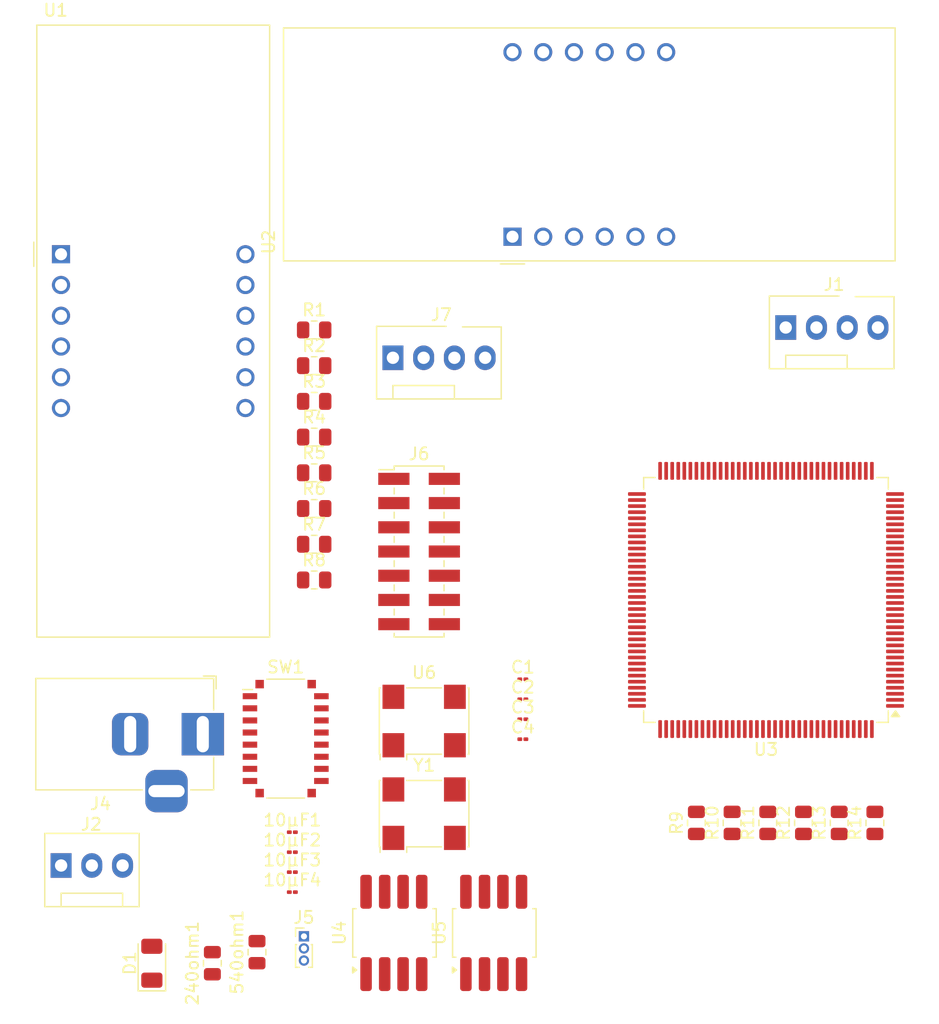
<source format=kicad_pcb>
(kicad_pcb (version 20240108) (generator "pcbnew") (generator_version "8.0")
  (layers (0 "F.Cu" signal) (31 "B.Cu" signal) (34 "B.Paste" user) (35 "F.Paste" user) (36 "B.SilkS" user "B.Silkscreen") (37 "F.SilkS" user "F.Silkscreen") (38 "B.Mask" user) (39 "F.Mask" user) (44 "Edge.Cuts" user))
  (net 0 "")
  (net 1 "GND")
  (net 2 "Net-(SW1-B)")
  (net 3 "/powersupply/3.3v")
  (net 4 "/powersupply/5v")
  (net 5 "Net-(D1-K)")
  (net 6 "+3.3V")
  (net 7 "Net-(J1-Pin_3)")
  (net 8 "Net-(J1-Pin_1)")
  (net 9 "Net-(J1-Pin_2)")
  (net 10 "Net-(J1-Pin_4)")
  (net 11 "Net-(SW1-A)")
  (net 12 "Net-(J6-TDO)")
  (net 13 "Net-(J6-TMS)")
  (net 15 "Net-(J6-TCK)")
  (net 16 "Net-(J6-TDI)")
  (net 18 "Net-(J7-Pin_3)")
  (net 19 "Net-(J7-Pin_4)")
  (net 20 "Net-(J7-Pin_2)")
  (net 21 "Net-(J7-Pin_1)")
  (net 22 "Net-(U2-a)")
  (net 23 "Net-(U1-a)")
  (net 24 "Net-(U2-b)")
  (net 25 "Net-(U1-b)")
  (net 26 "Net-(U1-c)")
  (net 27 "Net-(U2-d)")
  (net 28 "Net-(U1-d)")
  (net 29 "Net-(U1-e)")
  (net 30 "Net-(U2-e)")
  (net 31 "Net-(U1-f)")
  (net 32 "Net-(U2-f)")
  (net 33 "Net-(U1-g)")
  (net 34 "Net-(U2-g)")
  (net 35 "Net-(U1-DPX)")
  (net 36 "Net-(U2-DPX)")
  (net 37 "Net-(U6-INIT)")
  (net 38 "Net-(U6-PROGRAM)")
  (net 39 "Net-(U1-CA2)")
  (net 40 "Net-(U1-CA1)")
  (net 41 "Net-(U1-CA4)")
  (net 42 "Net-(U1-CA3)")
  (net 43 "Net-(U2-CA1)")
  (net 44 "Net-(U2-CA2)")
  (net 45 "Net-(U2-CA4)")
  (net 46 "Net-(U2-CA3)")
  (net 49 "Net-(J1-Pin_5)")
  (net 50 "Net-(J1-Pin_6)")
  (net 59 "SYSCLK")
  (footprint "Connector:FanPinHeader_1x04_P2.54mm_Vertical" (layer "F.Cu") (at 179.88 77.5)
    (property "Reference" "J1" (at 4 -3.55 0) (layer "F.SilkS"))
    (property "Value" "Conn_01x06_Pin")
    (pad "" np_thru_hole circle (at 5.08 -2.16 90) (size 1.1 1.1) (drill 1.1) (layers "*.Cu" "*.Mask"))
    (pad "1" thru_hole rect (at 0 0 90) (size 2.03 1.73) (drill 1.02) (layers "*.Cu" "*.Mask") (net 8 "Net-(J1-Pin_1)"))
    (pad "2" thru_hole oval (at 2.54 0 90) (size 2.03 1.73) (drill 1.02) (layers "*.Cu" "*.Mask") (net 9 "Net-(J1-Pin_2)"))
    (pad "3" thru_hole oval (at 5.08 0 90) (size 2.03 1.73) (drill 1.02) (layers "*.Cu" "*.Mask") (net 7 "Net-(J1-Pin_3)"))
    (pad "4" thru_hole oval (at 7.62 0 90) (size 2.03 1.73) (drill 1.02) (layers "*.Cu" "*.Mask") (net 10 "Net-(J1-Pin_4)"))
  )
  (footprint "Resistor_SMD:R_0805_2012Metric" (layer "F.Cu") (at 187.25 118.4125 90)
    (property "Reference" "R14" (at 0 -1.65 -90) (layer "F.SilkS"))
    (property "Value" "R")
    (pad "1" smd roundrect (at -0.9125 0 90) (size 1.025 1.4) (layers "F.Cu" "F.Paste" "F.Mask") (roundrect_rratio 0.243902) (net 16 "Net-(J6-TDI)"))
    (pad "2" smd roundrect (at 0.9125 0 90) (size 1.025 1.4) (layers "F.Cu" "F.Paste" "F.Mask") (roundrect_rratio 0.243902) (net 6 "+3.3V"))
  )
  (footprint "Resistor_SMD:R_0805_2012Metric" (layer "F.Cu") (at 172.5 118.4125 90)
    (property "Reference" "R9" (at 0 -1.65 -90) (layer "F.SilkS"))
    (property "Value" "10k")
    (pad "1" smd roundrect (at -0.9125 0 90) (size 1.025 1.4) (layers "F.Cu" "F.Paste" "F.Mask") (roundrect_rratio 0.243902) (net 6 "+3.3V"))
    (pad "2" smd roundrect (at 0.9125 0 90) (size 1.025 1.4) (layers "F.Cu" "F.Paste" "F.Mask") (roundrect_rratio 0.243902) (net 37 "Net-(U6-INIT)"))
  )
  (footprint "Capacitor_SMD:C_01005_0402Metric" (layer "F.Cu") (at 139.1075 122.48)
    (property "Reference" "10µF3" (at 0 -1 0) (layer "F.SilkS"))
    (property "Value" "C3")
    (pad "1" smd roundrect (at -0.25 0) (size 0.4 0.3) (layers "F.Cu" "F.Mask") (net 2 "Net-(SW1-B)"))
    (pad "2" smd roundrect (at 0.25 0) (size 0.4 0.3) (layers "F.Cu" "F.Mask") (net 1 "GND"))
  )
  (footprint "Resistor_SMD:R_0805_2012Metric" (layer "F.Cu") (at 140.9125 98.35)
    (property "Reference" "R8" (at 0 -1.65 0) (layer "F.SilkS"))
    (property "Value" "R")
    (pad "1" smd roundrect (at -0.9125 0) (size 1.025 1.4) (layers "F.Cu" "F.Paste" "F.Mask") (roundrect_rratio 0.243902) (net 35 "Net-(U1-DPX)"))
    (pad "2" smd roundrect (at 0.9125 0) (size 1.025 1.4) (layers "F.Cu" "F.Paste" "F.Mask") (roundrect_rratio 0.243902) (net 36 "Net-(U2-DPX)"))
  )
  (footprint "Capacitor_SMD:C_01005_0402Metric" (layer "F.Cu") (at 158.1575 109.85)
    (property "Reference" "C3" (at 0 -1 0) (layer "F.SilkS"))
    (property "Value" "C")
    (pad "1" smd roundrect (at -0.25 0) (size 0.4 0.3) (layers "F.Cu" "F.Mask") (net 6 "+3.3V"))
    (pad "2" smd roundrect (at 0.25 0) (size 0.4 0.3) (layers "F.Cu" "F.Mask") (net 1 "GND"))
  )
  (footprint "Connector_PinHeader_2.00mm:PinHeader_2x07_P2.00mm_Vertical_SMD" (layer "F.Cu") (at 149.585 96)
    (property "Reference" "J6" (at 0 -8.06 0) (layer "F.SilkS"))
    (property "Value" "XILINX_JTAG")
    (pad "1" smd rect (at -2.085 -6) (size 2.58 1) (layers "F.Cu" "F.Paste" "F.Mask") (net 1 "GND"))
    (pad "2" smd rect (at 2.085 -6) (size 2.58 1) (layers "F.Cu" "F.Paste" "F.Mask") (net 6 "+3.3V"))
    (pad "3" smd rect (at -2.085 -4) (size 2.58 1) (layers "F.Cu" "F.Paste" "F.Mask") (net 1 "GND"))
    (pad "4" smd rect (at 2.085 -4) (size 2.58 1) (layers "F.Cu" "F.Paste" "F.Mask") (net 13 "Net-(J6-TMS)"))
    (pad "5" smd rect (at -2.085 -2) (size 2.58 1) (layers "F.Cu" "F.Paste" "F.Mask") (net 1 "GND"))
    (pad "6" smd rect (at 2.085 -2) (size 2.58 1) (layers "F.Cu" "F.Paste" "F.Mask") (net 15 "Net-(J6-TCK)"))
    (pad "7" smd rect (at -2.085 0) (size 2.58 1) (layers "F.Cu" "F.Paste" "F.Mask") (net 1 "GND"))
    (pad "8" smd rect (at 2.085 0) (size 2.58 1) (layers "F.Cu" "F.Paste" "F.Mask") (net 12 "Net-(J6-TDO)"))
    (pad "9" smd rect (at -2.085 2) (size 2.58 1) (layers "F.Cu" "F.Paste" "F.Mask") (net 1 "GND"))
    (pad "10" smd rect (at 2.085 2) (size 2.58 1) (layers "F.Cu" "F.Paste" "F.Mask") (net 16 "Net-(J6-TDI)"))
    (pad "11" smd rect (at -2.085 4) (size 2.58 1) (layers "F.Cu" "F.Paste" "F.Mask") (net 1 "GND"))
    (pad "12" smd rect (at 2.085 4) (size 2.58 1) (layers "F.Cu" "F.Paste" "F.Mask"))
    (pad "13" smd rect (at -2.085 6) (size 2.58 1) (layers "F.Cu" "F.Paste" "F.Mask") (net 1 "GND"))
    (pad "14" smd rect (at 2.085 6) (size 2.58 1) (layers "F.Cu" "F.Paste" "F.Mask"))
  )
  (footprint "Package_TO_SOT_SMD:SOT-223-8" (layer "F.Cu") (at 155.75 127.5 90)
    (property "Reference" "U5" (at 0 -4.5 -90) (layer "F.SilkS"))
    (property "Value" "LM7805")
    (pad "1" smd roundrect (at -3.4 -2.3 90) (size 2.8 0.95) (layers "F.Cu" "F.Paste" "F.Mask") (net 2 "Net-(SW1-B)"))
    (pad "2" smd roundrect (at -3.4 -0.76 90) (size 2.8 0.95) (layers "F.Cu" "F.Paste" "F.Mask") (net 1 "GND"))
    (pad "3" smd roundrect (at -3.4 0.76 90) (size 2.8 0.95) (layers "F.Cu" "F.Paste" "F.Mask") (net 4 "/powersupply/5v"))
    (pad "4" smd roundrect (at -3.4 2.3 90) (size 2.8 0.95) (layers "F.Cu" "F.Paste" "F.Mask"))
    (pad "5" smd roundrect (at 3.4 2.3 90) (size 2.8 0.95) (layers "F.Cu" "F.Paste" "F.Mask"))
    (pad "6" smd roundrect (at 3.4 0.76 90) (size 2.8 0.95) (layers "F.Cu" "F.Paste" "F.Mask"))
    (pad "7" smd roundrect (at 3.4 -0.76 90) (size 2.8 0.95) (layers "F.Cu" "F.Paste" "F.Mask"))
    (pad "8" smd roundrect (at 3.4 -2.3 90) (size 2.8 0.95) (layers "F.Cu" "F.Paste" "F.Mask"))
  )
  (footprint "Connector_BarrelJack:BarrelJack_Horizontal" (layer "F.Cu") (at 131.7075 111.085)
    (property "Reference" "J4" (at -8.45 5.75 0) (layer "F.SilkS"))
    (property "Value" "Barrel_Jack_Switch")
    (pad "1" thru_hole rect (at 0 0) (size 3.5 3.5) (drill oval 1 3) (layers "*.Cu" "*.Mask") (net 11 "Net-(SW1-A)"))
    (pad "2" thru_hole roundrect (at -6 0) (size 3 3.5) (drill oval 1 3) (layers "*.Cu" "*.Mask") (net 1 "GND"))
    (pad "3" thru_hole roundrect (at -3 4.7) (size 3.5 3.5) (drill oval 3 1) (layers "*.Cu" "*.Mask") (net 2 "Net-(SW1-B)"))
  )
  (footprint "Connector_PinHeader_1.00mm:PinHeader_1x03_P1.00mm_Vertical" (layer "F.Cu") (at 140.0675 127.78)
    (property "Reference" "J5" (at 0 -1.56 0) (layer "F.SilkS"))
    (property "Value" "Conn_01x03")
    (pad "1" thru_hole rect (at 0 0) (size 0.85 0.85) (drill 0.5) (layers "*.Cu" "*.Mask") (net 3 "/powersupply/3.3v"))
    (pad "2" thru_hole oval (at 0 1) (size 0.85 0.85) (drill 0.5) (layers "*.Cu" "*.Mask") (net 4 "/powersupply/5v"))
    (pad "3" thru_hole oval (at 0 2) (size 0.85 0.85) (drill 0.5) (layers "*.Cu" "*.Mask") (net 1 "GND"))
  )
  (footprint "Display_7Segment:CA56-12CGKWA" (layer "F.Cu") (at 119.9925 71.45)
    (property "Reference" "U1" (at -0.44 -20.15 0) (layer "F.SilkS"))
    (property "Value" "CA56-12CGKWA")
    (pad "1" thru_hole rect (at 0 0) (size 1.5 1.5) (drill 1) (layers "*.Cu" "*.Mask") (net 29 "Net-(U1-e)"))
    (pad "2" thru_hole circle (at 0 2.54) (size 1.5 1.5) (drill 1) (layers "*.Cu" "*.Mask") (net 28 "Net-(U1-d)"))
    (pad "3" thru_hole circle (at 0 5.08) (size 1.5 1.5) (drill 1) (layers "*.Cu" "*.Mask") (net 35 "Net-(U1-DPX)"))
    (pad "4" thru_hole circle (at 0 7.62) (size 1.5 1.5) (drill 1) (layers "*.Cu" "*.Mask") (net 26 "Net-(U1-c)"))
    (pad "5" thru_hole circle (at 0 10.16) (size 1.5 1.5) (drill 1) (layers "*.Cu" "*.Mask") (net 33 "Net-(U1-g)"))
    (pad "6" thru_hole circle (at 0 12.7) (size 1.5 1.5) (drill 1) (layers "*.Cu" "*.Mask") (net 41 "Net-(U1-CA4)"))
    (pad "7" thru_hole circle (at 15.24 12.7) (size 1.5 1.5) (drill 1) (layers "*.Cu" "*.Mask") (net 25 "Net-(U1-b)"))
    (pad "8" thru_hole circle (at 15.24 10.16) (size 1.5 1.5) (drill 1) (layers "*.Cu" "*.Mask") (net 42 "Net-(U1-CA3)"))
    (pad "9" thru_hole circle (at 15.24 7.62) (size 1.5 1.5) (drill 1) (layers "*.Cu" "*.Mask") (net 39 "Net-(U1-CA2)"))
    (pad "10" thru_hole circle (at 15.24 5.08) (size 1.5 1.5) (drill 1) (layers "*.Cu" "*.Mask") (net 31 "Net-(U1-f)"))
    (pad "11" thru_hole circle (at 15.24 2.54) (size 1.5 1.5) (drill 1) (layers "*.Cu" "*.Mask") (net 23 "Net-(U1-a)"))
    (pad "12" thru_hole circle (at 15.24 0) (size 1.5 1.5) (drill 1) (layers "*.Cu" "*.Mask") (net 40 "Net-(U1-CA1)"))
  )
  (footprint "Resistor_SMD:R_0805_2012Metric" (layer "F.Cu") (at 140.9125 80.65)
    (property "Reference" "R2" (at 0 -1.65 0) (layer "F.SilkS"))
    (property "Value" "R")
    (pad "1" smd roundrect (at -0.9125 0) (size 1.025 1.4) (layers "F.Cu" "F.Paste" "F.Mask") (roundrect_rratio 0.243902) (net 25 "Net-(U1-b)"))
    (pad "2" smd roundrect (at 0.9125 0) (size 1.025 1.4) (layers "F.Cu" "F.Paste" "F.Mask") (roundrect_rratio 0.243902) (net 24 "Net-(U2-b)"))
  )
  (footprint "Resistor_SMD:R_0805_2012Metric" (layer "F.Cu") (at 140.9125 92.45)
    (property "Reference" "R6" (at 0 -1.65 0) (layer "F.SilkS"))
    (property "Value" "R")
    (pad "1" smd roundrect (at -0.9125 0) (size 1.025 1.4) (layers "F.Cu" "F.Paste" "F.Mask") (roundrect_rratio 0.243902) (net 31 "Net-(U1-f)"))
    (pad "2" smd roundrect (at 0.9125 0) (size 1.025 1.4) (layers "F.Cu" "F.Paste" "F.Mask") (roundrect_rratio 0.243902) (net 32 "Net-(U2-f)"))
  )
  (footprint "Display_7Segment:CA56-12CGKWA" (layer "F.Cu") (at 157.3 70 90)
    (property "Reference" "U2" (at -0.44 -20.15 -90) (layer "F.SilkS"))
    (property "Value" "CA56-12CGKWA")
    (pad "1" thru_hole rect (at 0 0 90) (size 1.5 1.5) (drill 1) (layers "*.Cu" "*.Mask") (net 30 "Net-(U2-e)"))
    (pad "2" thru_hole circle (at 0 2.54 90) (size 1.5 1.5) (drill 1) (layers "*.Cu" "*.Mask") (net 27 "Net-(U2-d)"))
    (pad "3" thru_hole circle (at 0 5.08 90) (size 1.5 1.5) (drill 1) (layers "*.Cu" "*.Mask") (net 36 "Net-(U2-DPX)"))
    (pad "4" thru_hole circle (at 0 7.62 90) (size 1.5 1.5) (drill 1) (layers "*.Cu" "*.Mask") (net 24 "Net-(U2-b)"))
    (pad "5" thru_hole circle (at 0 10.16 90) (size 1.5 1.5) (drill 1) (layers "*.Cu" "*.Mask") (net 34 "Net-(U2-g)"))
    (pad "6" thru_hole circle (at 0 12.7 90) (size 1.5 1.5) (drill 1) (layers "*.Cu" "*.Mask") (net 45 "Net-(U2-CA4)"))
    (pad "7" thru_hole circle (at 15.24 12.7 90) (size 1.5 1.5) (drill 1) (layers "*.Cu" "*.Mask") (net 24 "Net-(U2-b)"))
    (pad "8" thru_hole circle (at 15.24 10.16 90) (size 1.5 1.5) (drill 1) (layers "*.Cu" "*.Mask") (net 46 "Net-(U2-CA3)"))
    (pad "9" thru_hole circle (at 15.24 7.62 90) (size 1.5 1.5) (drill 1) (layers "*.Cu" "*.Mask") (net 44 "Net-(U2-CA2)"))
    (pad "10" thru_hole circle (at 15.24 5.08 90) (size 1.5 1.5) (drill 1) (layers "*.Cu" "*.Mask") (net 32 "Net-(U2-f)"))
    (pad "11" thru_hole circle (at 15.24 2.54 90) (size 1.5 1.5) (drill 1) (layers "*.Cu" "*.Mask") (net 22 "Net-(U2-a)"))
    (pad "12" thru_hole circle (at 15.24 0 90) (size 1.5 1.5) (drill 1) (layers "*.Cu" "*.Mask") (net 43 "Net-(U2-CA1)"))
  )
  (footprint "Resistor_SMD:R_0805_2012Metric" (layer "F.Cu") (at 140.9125 89.5)
    (property "Reference" "R5" (at 0 -1.65 0) (layer "F.SilkS"))
    (property "Value" "R")
    (pad "1" smd roundrect (at -0.9125 0) (size 1.025 1.4) (layers "F.Cu" "F.Paste" "F.Mask") (roundrect_rratio 0.243902) (net 29 "Net-(U1-e)"))
    (pad "2" smd roundrect (at 0.9125 0) (size 1.025 1.4) (layers "F.Cu" "F.Paste" "F.Mask") (roundrect_rratio 0.243902) (net 30 "Net-(U2-e)"))
  )
  (footprint "Resistor_SMD:R_0805_2012Metric" (layer "F.Cu") (at 140.9125 86.55)
    (property "Reference" "R4" (at 0 -1.65 0) (layer "F.SilkS"))
    (property "Value" "R")
    (pad "1" smd roundrect (at -0.9125 0) (size 1.025 1.4) (layers "F.Cu" "F.Paste" "F.Mask") (roundrect_rratio 0.243902) (net 28 "Net-(U1-d)"))
    (pad "2" smd roundrect (at 0.9125 0) (size 1.025 1.4) (layers "F.Cu" "F.Paste" "F.Mask") (roundrect_rratio 0.243902) (net 27 "Net-(U2-d)"))
  )
  (footprint "Capacitor_SMD:C_01005_0402Metric" (layer "F.Cu") (at 139.1075 119.18)
    (property "Reference" "10µF1" (at 0 -1 0) (layer "F.SilkS"))
    (property "Value" "C1")
    (pad "1" smd roundrect (at -0.25 0) (size 0.4 0.3) (layers "F.Cu" "F.Mask") (net 2 "Net-(SW1-B)"))
    (pad "2" smd roundrect (at 0.25 0) (size 0.4 0.3) (layers "F.Cu" "F.Mask") (net 1 "GND"))
  )
  (footprint "LED_SMD:LED_1206_3216Metric" (layer "F.Cu") (at 127.5 130 90)
    (property "Reference" "D1" (at 0 -1.82 -90) (layer "F.SilkS"))
    (property "Value" "LED")
    (pad "1" smd roundrect (at -1.4 0 90) (size 1.25 1.75) (layers "F.Cu" "F.Paste" "F.Mask") (roundrect_rratio 0.2) (net 5 "Net-(D1-K)"))
    (pad "2" smd roundrect (at 1.4 0 90) (size 1.25 1.75) (layers "F.Cu" "F.Paste" "F.Mask") (roundrect_rratio 0.2) (net 4 "/powersupply/5v"))
  )
  (footprint "Button_Switch_SMD:SW_DIP_SPSTx08_Slide_Copal_CVS-08xB_W5.9mm_P1mm" (layer "F.Cu") (at 138.5575 111.45)
    (property "Reference" "SW1" (at 0 -5.91 0) (layer "F.SilkS"))
    (property "Value" "SW_SPST")
    (pad "1" smd rect (at -2.95 -3.5) (size 1.2 0.5) (layers "F.Cu" "F.Paste" "F.Mask") (net 11 "Net-(SW1-A)"))
    (pad "2" smd rect (at -2.95 -2.5) (size 1.2 0.5) (layers "F.Cu" "F.Paste" "F.Mask") (net 2 "Net-(SW1-B)"))
    (pad "3" smd rect (at -2.95 -1.5) (size 1.2 0.5) (layers "F.Cu" "F.Paste" "F.Mask"))
    (pad "4" smd rect (at -2.95 -0.5) (size 1.2 0.5) (layers "F.Cu" "F.Paste" "F.Mask"))
    (pad "5" smd rect (at -2.95 0.5) (size 1.2 0.5) (layers "F.Cu" "F.Paste" "F.Mask"))
    (pad "6" smd rect (at -2.95 1.5) (size 1.2 0.5) (layers "F.Cu" "F.Paste" "F.Mask"))
    (pad "7" smd rect (at -2.95 2.5) (size 1.2 0.5) (layers "F.Cu" "F.Paste" "F.Mask"))
    (pad "8" smd rect (at -2.95 3.5) (size 1.2 0.5) (layers "F.Cu" "F.Paste" "F.Mask"))
    (pad "9" smd rect (at 2.95 3.5) (size 1.2 0.5) (layers "F.Cu" "F.Paste" "F.Mask"))
    (pad "10" smd rect (at 2.95 2.5) (size 1.2 0.5) (layers "F.Cu" "F.Paste" "F.Mask"))
    (pad "11" smd rect (at 2.95 1.5) (size 1.2 0.5) (layers "F.Cu" "F.Paste" "F.Mask"))
    (pad "12" smd rect (at 2.95 0.5) (size 1.2 0.5) (layers "F.Cu" "F.Paste" "F.Mask"))
    (pad "13" smd rect (at 2.95 -0.5) (size 1.2 0.5) (layers "F.Cu" "F.Paste" "F.Mask"))
    (pad "14" smd rect (at 2.95 -1.5) (size 1.2 0.5) (layers "F.Cu" "F.Paste" "F.Mask"))
    (pad "15" smd rect (at 2.95 -2.5) (size 1.2 0.5) (layers "F.Cu" "F.Paste" "F.Mask"))
    (pad "16" smd rect (at 2.95 -3.5) (size 1.2 0.5) (layers "F.Cu" "F.Paste" "F.Mask"))
    (pad "17" smd rect (at -2.15 -4.5) (size 0.7 0.7) (layers "F.Cu" "F.Paste" "F.Mask"))
    (pad "17" smd rect (at -2.15 4.5) (size 0.7 0.7) (layers "F.Cu" "F.Paste" "F.Mask"))
    (pad "17" smd rect (at 2.15 -4.5) (size 0.7 0.7) (layers "F.Cu" "F.Paste" "F.Mask"))
    (pad "17" smd rect (at 2.15 4.5) (size 0.7 0.7) (layers "F.Cu" "F.Paste" "F.Mask"))
  )
  (footprint "Connector:FanPinHeader_1x04_P2.54mm_Vertical" (layer "F.Cu") (at 147.42 80)
    (property "Reference" "J7" (at 4 -3.55 0) (layer "F.SilkS"))
    (property "Value" "Conn_01x06_Pin")
    (pad "" np_thru_hole circle (at 5.08 -2.16 90) (size 1.1 1.1) (drill 1.1) (layers "*.Cu" "*.Mask"))
    (pad "1" thru_hole rect (at 0 0 90) (size 2.03 1.73) (drill 1.02) (layers "*.Cu" "*.Mask") (net 21 "Net-(J7-Pin_1)"))
    (pad "2" thru_hole oval (at 2.54 0 90) (size 2.03 1.73) (drill 1.02) (layers "*.Cu" "*.Mask") (net 20 "Net-(J7-Pin_2)"))
    (pad "3" thru_hole oval (at 5.08 0 90) (size 2.03 1.73) (drill 1.02) (layers "*.Cu" "*.Mask") (net 18 "Net-(J7-Pin_3)"))
    (pad "4" thru_hole oval (at 7.62 0 90) (size 2.03 1.73) (drill 1.02) (layers "*.Cu" "*.Mask") (net 19 "Net-(J7-Pin_4)"))
  )
  (footprint "Resistor_SMD:R_0805_2012Metric" (layer "F.Cu") (at 140.9125 95.4)
    (property "Reference" "R7" (at 0 -1.65 0) (layer "F.SilkS"))
    (property "Value" "R")
    (pad "1" smd roundrect (at -0.9125 0) (size 1.025 1.4) (layers "F.Cu" "F.Paste" "F.Mask") (roundrect_rratio 0.243902) (net 33 "Net-(U1-g)"))
    (pad "2" smd roundrect (at 0.9125 0) (size 1.025 1.4) (layers "F.Cu" "F.Paste" "F.Mask") (roundrect_rratio 0.243902) (net 34 "Net-(U2-g)"))
  )
  (footprint "Resistor_SMD:R_0805_2012Metric" (layer "F.Cu") (at 178.4 118.4125 90)
    (property "Reference" "R11" (at 0 -1.65 -90) (layer "F.SilkS"))
    (property "Value" "R")
    (pad "1" smd roundrect (at -0.9125 0 90) (size 1.025 1.4) (layers "F.Cu" "F.Paste" "F.Mask") (roundrect_rratio 0.243902) (net 13 "Net-(J6-TMS)"))
    (pad "2" smd roundrect (at 0.9125 0 90) (size 1.025 1.4) (layers "F.Cu" "F.Paste" "F.Mask") (roundrect_rratio 0.243902) (net 6 "+3.3V"))
  )
  (footprint "Resistor_SMD:R_0805_2012Metric" (layer "F.Cu") (at 184.3 118.4125 90)
    (property "Reference" "R13" (at 0 -1.65 -90) (layer "F.SilkS"))
    (property "Value" "R")
    (pad "1" smd roundrect (at -0.9125 0 90) (size 1.025 1.4) (layers "F.Cu" "F.Paste" "F.Mask") (roundrect_rratio 0.243902) (net 12 "Net-(J6-TDO)"))
    (pad "2" smd roundrect (at 0.9125 0 90) (size 1.025 1.4) (layers "F.Cu" "F.Paste" "F.Mask") (roundrect_rratio 0.243902) (net 6 "+3.3V"))
  )
  (footprint "Resistor_SMD:R_0805_2012Metric" (layer "F.Cu") (at 132.5 130 90)
    (property "Reference" "240ohm1" (at 0 -1.65 -90) (layer "F.SilkS"))
    (property "Value" "R1")
    (pad "1" smd roundrect (at -0.9125 0 90) (size 1.025 1.4) (layers "F.Cu" "F.Paste" "F.Mask") (roundrect_rratio 0.243902) (net 5 "Net-(D1-K)"))
    (pad "2" smd roundrect (at 0.9125 0 90) (size 1.025 1.4) (layers "F.Cu" "F.Paste" "F.Mask") (roundrect_rratio 0.243902) (net 3 "/powersupply/3.3v"))
  )
  (footprint "Capacitor_SMD:C_01005_0402Metric" (layer "F.Cu") (at 158.1575 106.55)
    (property "Reference" "C1" (at 0 -1 0) (layer "F.SilkS"))
    (property "Value" "C")
    (pad "1" smd roundrect (at -0.25 0) (size 0.4 0.3) (layers "F.Cu" "F.Mask") (net 6 "+3.3V"))
    (pad "2" smd roundrect (at 0.25 0) (size 0.4 0.3) (layers "F.Cu" "F.Mask") (net 1 "GND"))
  )
  (footprint "Oscillator:Oscillator_SMD_Abracon_ASV-4Pin_7.0x5.1mm" (layer "F.Cu") (at 150 117.65)
    (property "Reference" "Y1" (at 0 -4 0) (layer "F.SilkS"))
    (property "Value" "Oscillator")
    (pad "1" smd rect (at -2.54 2) (size 1.8 2) (layers "F.Cu" "F.Paste" "F.Mask") (net 6 "+3.3V"))
    (pad "2" smd rect (at 2.54 2) (size 1.8 2) (layers "F.Cu" "F.Paste" "F.Mask") (net 6 "+3.3V"))
    (pad "3" smd rect (at 2.54 -2) (size 1.8 2) (layers "F.Cu" "F.Paste" "F.Mask") (net 1 "GND"))
    (pad "4" smd rect (at -2.54 -2) (size 1.8 2) (layers "F.Cu" "F.Paste" "F.Mask") (net 59 "SYSCLK"))
  )
  (footprint "Capacitor_SMD:C_01005_0402Metric" (layer "F.Cu") (at 158.1575 111.5)
    (property "Reference" "C4" (at 0 -1 0) (layer "F.SilkS"))
    (property "Value" "C")
    (pad "1" smd roundrect (at -0.25 0) (size 0.4 0.3) (layers "F.Cu" "F.Mask") (net 6 "+3.3V"))
    (pad "2" smd roundrect (at 0.25 0) (size 0.4 0.3) (layers "F.Cu" "F.Mask") (net 1 "GND"))
  )
  (footprint "Package_QFP:TQFP-144_20x20mm_P0.5mm" (layer "F.Cu") (at 178.25 100 180)
    (property "Reference" "U3" (at 0 -12.35 180) (layer "F.SilkS"))
    (property "Value" "LFXP2-5E-5TN144")
    (pad "1" smd roundrect (at -10.6625 -8.75 180) (size 1.475 0.3) (layers "F.Cu" "F.Paste" "F.Mask"))
    (pad "2" smd roundrect (at -10.6625 -8.25 180) (size 1.475 0.3) (layers "F.Cu" "F.Paste" "F.Mask"))
    (pad "3" smd roundrect (at -10.6625 -7.75 180) (size 1.475 0.3) (layers "F.Cu" "F.Paste" "F.Mask"))
    (pad "4" smd roundrect (at -10.6625 -7.25 180) (size 1.475 0.3) (layers "F.Cu" "F.Paste" "F.Mask"))
    (pad "5" smd roundrect (at -10.6625 -6.75 180) (size 1.475 0.3) (layers "F.Cu" "F.Paste" "F.Mask"))
    (pad "6" smd roundrect (at -10.6625 -6.25 180) (size 1.475 0.3) (layers "F.Cu" "F.Paste" "F.Mask"))
    (pad "7" smd roundrect (at -10.6625 -5.75 180) (size 1.475 0.3) (layers "F.Cu" "F.Paste" "F.Mask"))
    (pad "8" smd roundrect (at -10.6625 -5.25 180) (size 1.475 0.3) (layers "F.Cu" "F.Paste" "F.Mask"))
    (pad "9" smd roundrect (at -10.6625 -4.75 180) (size 1.475 0.3) (layers "F.Cu" "F.Paste" "F.Mask"))
    (pad "10" smd roundrect (at -10.6625 -4.25 180) (size 1.475 0.3) (layers "F.Cu" "F.Paste" "F.Mask"))
    (pad "11" smd roundrect (at -10.6625 -3.75 180) (size 1.475 0.3) (layers "F.Cu" "F.Paste" "F.Mask"))
    (pad "12" smd roundrect (at -10.6625 -3.25 180) (size 1.475 0.3) (layers "F.Cu" "F.Paste" "F.Mask"))
    (pad "13" smd roundrect (at -10.6625 -2.75 180) (size 1.475 0.3) (layers "F.Cu" "F.Paste" "F.Mask"))
    (pad "14" smd roundrect (at -10.6625 -2.25 180) (size 1.475 0.3) (layers "F.Cu" "F.Paste" "F.Mask"))
    (pad "15" smd roundrect (at -10.6625 -1.75 180) (size 1.475 0.3) (layers "F.Cu" "F.Paste" "F.Mask"))
    (pad "16" smd roundrect (at -10.6625 -1.25 180) (size 1.475 0.3) (layers "F.Cu" "F.Paste" "F.Mask"))
    (pad "17" smd roundrect (at -10.6625 -0.75 180) (size 1.475 0.3) (layers "F.Cu" "F.Paste" "F.Mask"))
    (pad "18" smd roundrect (at -10.6625 -0.25 180) (size 1.475 0.3) (layers "F.Cu" "F.Paste" "F.Mask"))
    (pad "19" smd roundrect (at -10.6625 0.25 180) (size 1.475 0.3) (layers "F.Cu" "F.Paste" "F.Mask"))
    (pad "20" smd roundrect (at -10.6625 0.75 180) (size 1.475 0.3) (layers "F.Cu" "F.Paste" "F.Mask"))
    (pad "21" smd roundrect (at -10.6625 1.25 180) (size 1.475 0.3) (layers "F.Cu" "F.Paste" "F.Mask"))
    (pad "22" smd roundrect (at -10.6625 1.75 180) (size 1.475 0.3) (layers "F.Cu" "F.Paste" "F.Mask"))
    (pad "23" smd roundrect (at -10.6625 2.25 180) (size 1.475 0.3) (layers "F.Cu" "F.Paste" "F.Mask"))
    (pad "24" smd roundrect (at -10.6625 2.75 180) (size 1.475 0.3) (layers "F.Cu" "F.Paste" "F.Mask"))
    (pad "25" smd roundrect (at -10.6625 3.25 180) (size 1.475 0.3) (layers "F.Cu" "F.Paste" "F.Mask"))
    (pad "26" smd roundrect (at -10.6625 3.75 180) (size 1.475 0.3) (layers "F.Cu" "F.Paste" "F.Mask"))
    (pad "27" smd roundrect (at -10.6625 4.25 180) (size 1.475 0.3) (layers "F.Cu" "F.Paste" "F.Mask"))
    (pad "28" smd roundrect (at -10.6625 4.75 180) (size 1.475 0.3) (layers "F.Cu" "F.Paste" "F.Mask"))
    (pad "29" smd roundrect (at -10.6625 5.25 180) (size 1.475 0.3) (layers "F.Cu" "F.Paste" "F.Mask"))
    (pad "30" smd roundrect (at -10.6625 5.75 180) (size 1.475 0.3) (layers "F.Cu" "F.Paste" "F.Mask"))
    (pad "31" smd roundrect (at -10.6625 6.25 180) (size 1.475 0.3) (layers "F.Cu" "F.Paste" "F.Mask"))
    (pad "32" smd roundrect (at -10.6625 6.75 180) (size 1.475 0.3) (layers "F.Cu" "F.Paste" "F.Mask"))
    (pad "33" smd roundrect (at -10.6625 7.25 180) (size 1.475 0.3) (layers "F.Cu" "F.Paste" "F.Mask"))
    (pad "34" smd roundrect (at -10.6625 7.75 180) (size 1.475 0.3) (layers "F.Cu" "F.Paste" "F.Mask"))
    (pad "35" smd roundrect (at -10.6625 8.25 180) (size 1.475 0.3) (layers "F.Cu" "F.Paste" "F.Mask"))
    (pad "36" smd roundrect (at -10.6625 8.75 180) (size 1.475 0.3) (layers "F.Cu" "F.Paste" "F.Mask"))
    (pad "37" smd roundrect (at -8.75 10.6625 180) (size 0.3 1.475) (layers "F.Cu" "F.Paste" "F.Mask"))
    (pad "38" smd roundrect (at -8.25 10.6625 180) (size 0.3 1.475) (layers "F.Cu" "F.Paste" "F.Mask"))
    (pad "39" smd roundrect (at -7.75 10.6625 180) (size 0.3 1.475) (layers "F.Cu" "F.Paste" "F.Mask"))
    (pad "40" smd roundrect (at -7.25 10.6625 180) (size 0.3 1.475) (layers "F.Cu" "F.Paste" "F.Mask"))
    (pad "41" smd roundrect (at -6.75 10.6625 180) (size 0.3 1.475) (layers "F.Cu" "F.Paste" "F.Mask"))
    (pad "42" smd roundrect (at -6.25 10.6625 180) (size 0.3 1.475) (layers "F.Cu" "F.Paste" "F.Mask"))
    (pad "43" smd roundrect (at -5.75 10.6625 180) (size 0.3 1.475) (layers "F.Cu" "F.Paste" "F.Mask"))
    (pad "44" smd roundrect (at -5.25 10.6625 180) (size 0.3 1.475) (layers "F.Cu" "F.Paste" "F.Mask"))
    (pad "45" smd roundrect (at -4.75 10.6625 180) (size 0.3 1.475) (layers "F.Cu" "F.Paste" "F.Mask"))
    (pad "46" smd roundrect (at -4.25 10.6625 180) (size 0.3 1.475) (layers "F.Cu" "F.Paste" "F.Mask"))
    (pad "47" smd roundrect (at -3.75 10.6625 180) (size 0.3 1.475) (layers "F.Cu" "F.Paste" "F.Mask"))
    (pad "48" smd roundrect (at -3.25 10.6625 180) (size 0.3 1.475) (layers "F.Cu" "F.Paste" "F.Mask"))
    (pad "49" smd roundrect (at -2.75 10.6625 180) (size 0.3 1.475) (layers "F.Cu" "F.Paste" "F.Mask"))
    (pad "50" smd roundrect (at -2.25 10.6625 180) (size 0.3 1.475) (layers "F.Cu" "F.Paste" "F.Mask"))
    (pad "51" smd roundrect (at -1.75 10.6625 180) (size 0.3 1.475) (layers "F.Cu" "F.Paste" "F.Mask"))
    (pad "52" smd roundrect (at -1.25 10.6625 180) (size 0.3 1.475) (layers "F.Cu" "F.Paste" "F.Mask"))
    (pad "53" smd roundrect (at -0.75 10.6625 180) (size 0.3 1.475) (layers "F.Cu" "F.Paste" "F.Mask"))
    (pad "54" smd roundrect (at -0.25 10.6625 180) (size 0.3 1.475) (layers "F.Cu" "F.Paste" "F.Mask"))
    (pad "55" smd roundrect (at 0.25 10.6625 180) (size 0.3 1.475) (layers "F.Cu" "F.Paste" "F.Mask"))
    (pad "56" smd roundrect (at 0.75 10.6625 180) (size 0.3 1.475) (layers "F.Cu" "F.Paste" "F.Mask"))
    (pad "57" smd roundrect (at 1.25 10.6625 180) (size 0.3 1.475) (layers "F.Cu" "F.Paste" "F.Mask"))
    (pad "58" smd roundrect (at 1.75 10.6625 180) (size 0.3 1.475) (layers "F.Cu" "F.Paste" "F.Mask"))
    (pad "59" smd roundrect (at 2.25 10.6625 180) (size 0.3 1.475) (layers "F.Cu" "F.Paste" "F.Mask"))
    (pad "60" smd roundrect (at 2.75 10.6625 180) (size 0.3 1.475) (layers "F.Cu" "F.Paste" "F.Mask"))
    (pad "61" smd roundrect (at 3.25 10.6625 180) (size 0.3 1.475) (layers "F.Cu" "F.Paste" "F.Mask"))
    (pad "62" smd roundrect (at 3.75 10.6625 180) (size 0.3 1.475) (layers "F.Cu" "F.Paste" "F.Mask"))
    (pad "63" smd roundrect (at 4.25 10.6625 180) (size 0.3 1.475) (layers "F.Cu" "F.Paste" "F.Mask"))
    (pad "64" smd roundrect (at 4.75 10.6625 180) (size 0.3 1.475) (layers "F.Cu" "F.Paste" "F.Mask"))
    (pad "65" smd roundrect (at 5.25 10.6625 180) (size 0.3 1.475) (layers "F.Cu" "F.Paste" "F.Mask"))
    (pad "66" smd roundrect (at 5.75 10.6625 180) (size 0.3 1.475) (layers "F.Cu" "F.Paste" "F.Mask"))
    (pad "67" smd roundrect (at 6.25 10.6625 180) (size 0.3 1.475) (layers "F.Cu" "F.Paste" "F.Mask"))
    (pad "68" smd roundrect (at 6.75 10.6625 180) (size 0.3 1.475) (layers "F.Cu" "F.Paste" "F.Mask"))
    (pad "69" smd roundrect (at 7.25 10.6625 180) (size 0.3 1.475) (layers "F.Cu" "F.Paste" "F.Mask"))
    (pad "70" smd roundrect (at 7.75 10.6625 180) (size 0.3 1.475) (layers "F.Cu" "F.Paste" "F.Mask"))
    (pad "71" smd roundrect (at 8.25 10.6625 180) (size 0.3 1.475) (layers "F.Cu" "F.Paste" "F.Mask"))
    (pad "72" smd roundrect (at 8.75 10.6625 180) (size 0.3 1.475) (layers "F.Cu" "F.Paste" "F.Mask"))
    (pad "73" smd roundrect (at 10.6625 8.75 180) (size 1.475 0.3) (layers "F.Cu" "F.Paste" "F.Mask"))
    (pad "74" smd roundrect (at 10.6625 8.25 180) (size 1.475 0.3) (layers "F.Cu" "F.Paste" "F.Mask"))
    (pad "75" smd roundrect (at 10.6625 7.75 180) (size 1.475 0.3) (layers "F.Cu" "F.Paste" "F.Mask"))
    (pad "76" smd roundrect (at 10.6625 7.25 180) (size 1.475 0.3) (layers "F.Cu" "F.Paste" "F.Mask"))
    (pad "77" smd roundrect (at 10.6625 6.75 180) (size 1.475 0.3) (layers "F.Cu" "F.Paste" "F.Mask"))
    (pad "78" smd roundrect (at 10.6625 6.25 180) (size 1.475 0.3) (layers "F.Cu" "F.Paste" "F.Mask"))
    (pad "79" smd roundrect (at 10.6625 5.75 180) (size 1.475 0.3) (layers "F.Cu" "F.Paste" "F.Mask"))
    (pad "80" smd roundrect (at 10.6625 5.25 180) (size 1.475 0.3) (layers "F.Cu" "F.Paste" "F.Mask"))
    (pad "81" smd roundrect (at 10.6625 4.75 180) (size 1.475 0.3) (layers "F.Cu" "F.Paste" "F.Mask"))
    (pad "82" smd roundrect (at 10.6625 4.25 180) (size 1.475 0.3) (layers "F.Cu" "F.Paste" "F.Mask"))
    (pad "83" smd roundrect (at 10.6625 3.75 180) (size 1.475 0.3) (layers "F.Cu" "F.Paste" "F.Mask"))
    (pad "84" smd roundrect (at 10.6625 3.25 180) (size 1.475 0.3) (layers "F.Cu" "F.Paste" "F.Mask"))
    (pad "85" smd roundrect (at 10.6625 2.75 180) (size 1.475 0.3) (layers "F.Cu" "F.Paste" "F.Mask"))
    (pad "86" smd roundrect (at 10.6625 2.25 180) (size 1.475 0.3) (layers "F.Cu" "F.Paste" "F.Mask"))
    (pad "87" smd roundrect (at 10.6625 1.75 180) (size 1.475 0.3) (layers "F.Cu" "F.Paste" "F.Mask"))
    (pad "88" smd roundrect (at 10.6625 1.25 180) (size 1.475 0.3) (layers "F.Cu" "F.Paste" "F.Mask"))
    (pad "89" smd roundrect (at 10.6625 0.75 180) (size 1.475 0.3) (layers "F.Cu" "F.Paste" "F.Mask"))
    (pad "90" smd roundrect (at 10.6625 0.25 180) (size 1.475 0.3) (layers "F.Cu" "F.Paste" "F.Mask"))
    (pad "91" smd roundrect (at 10.6625 -0.25 180) (size 1.475 0.3) (layers "F.Cu" "F.Paste" "F.Mask"))
    (pad "92" smd roundrect (at 10.6625 -0.75 180) (size 1.475 0.3) (layers "F.Cu" "F.Paste" "F.Mask"))
    (pad "93" smd roundrect (at 10.6625 -1.25 180) (size 1.475 0.3) (layers "F.Cu" "F.Paste" "F.Mask"))
    (pad "94" smd roundrect (at 10.6625 -1.75 180) (size 1.475 0.3) (layers "F.Cu" "F.Paste" "F.Mask"))
    (pad "95" smd roundrect (at 10.6625 -2.25 180) (size 1.475 0.3) (layers "F.Cu" "F.Paste" "F.Mask"))
    (pad "96" smd roundrect (at 10.6625 -2.75 180) (size 1.475 0.3) (layers "F.Cu" "F.Paste" "F.Mask"))
    (pad "97" smd roundrect (at 10.6625 -3.25 180) (size 1.475 0.3) (layers "F.Cu" "F.Paste" "F.Mask"))
    (pad "98" smd roundrect (at 10.6625 -3.75 180) (size 1.475 0.3) (layers "F.Cu" "F.Paste" "F.Mask"))
    (pad "99" smd roundrect (at 10.6625 -4.25 180) (size 1.475 0.3) (layers "F.Cu" "F.Paste" "F.Mask"))
    (pad "100" smd roundrect (at 10.6625 -4.75 180) (size 1.475 0.3) (layers "F.Cu" "F.Paste" "F.Mask"))
    (pad "101" smd roundrect (at 10.6625 -5.25 180) (size 1.475 0.3) (layers "F.Cu" "F.Paste" "F.Mask"))
    (pad "102" smd roundrect (at 10.6625 -5.75 180) (size 1.475 0.3) (layers "F.Cu" "F.Paste" "F.Mask"))
    (pad "103" smd roundrect (at 10.6625 -6.25 180) (size 1.475 0.3) (layers "F.Cu" "F.Paste" "F.Mask"))
    (pad "104" smd roundrect (at 10.6625 -6.75 180) (size 1.475 0.3) (layers "F.Cu" "F.Paste" "F.Mask"))
    (pad "105" smd roundrect (at 10.6625 -7.25 180) (size 1.475 0.3) (layers "F.Cu" "F.Paste" "F.Mask"))
    (pad "106" smd roundrect (at 10.6625 -7.75 180) (size 1.475 0.3) (layers "F.Cu" "F.Paste" "F.Mask"))
    (pad "107" smd roundrect (at 10.6625 -8.25 180) (size 1.475 0.3) (layers "F.Cu" "F.Paste" "F.Mask"))
    (pad "108" smd roundrect (at 10.6625 -8.75 180) (size 1.475 0.3) (layers "F.Cu" "F.Paste" "F.Mask"))
    (pad "109" smd roundrect (at 8.75 -10.6625 180) (size 0.3 1.475) (layers "F.Cu" "F.Paste" "F.Mask") (net 8 "Net-(J1-Pin_1)"))
    (pad "110" smd roundrect (at 8.25 -10.6625 180) (size 0.3 1.475) (layers "F.Cu" "F.Paste" "F.Mask") (net 9 "Net-(J1-Pin_2)"))
    (pad "111" smd roundrect (at 7.75 -10.6625 180) (size 0.3 1.475) (layers "F.Cu" "F.Paste" "F.Mask"))
    (pad "112" smd roundrect (at 7.25 -10.6625 180) (size 0.3 1.475) (layers "F.Cu" "F.Paste" "F.Mask"))
    (pad "113" smd roundrect (at 6.75 -10.6625 180) (size 0.3 1.475) (layers "F.Cu" "F.Paste" "F.Mask") (net 7 "Net-(J1-Pin_3)"))
    (pad "114" smd roundrect (at 6.25 -10.6625 180) (size 0.3 1.475) (layers "F.Cu" "F.Paste" "F.Mask") (net 10 "Net-(J1-Pin_4)"))
    (pad "115" smd roundrect (at 5.75 -10.6625 180) (size 0.3 1.475) (layers "F.Cu" "F.Paste" "F.Mask") (net 49 "Net-(J1-Pin_5)"))
    (pad "116" smd roundrect (at 5.25 -10.6625 180) (size 0.3 1.475) (layers "F.Cu" "F.Paste" "F.Mask") (net 50 "Net-(J1-Pin_6)"))
    (pad "117" smd roundrect (at 4.75 -10.6625 180) (size 0.3 1.475) (layers "F.Cu" "F.Paste" "F.Mask"))
    (pad "118" smd roundrect (at 4.25 -10.6625 180) (size 0.3 1.475) (layers "F.Cu" "F.Paste" "F.Mask"))
    (pad "119" smd roundrect (at 3.75 -10.6625 180) (size 0.3 1.475) (layers "F.Cu" "F.Paste" "F.Mask"))
    (pad "120" smd roundrect (at 3.25 -10.6625 180) (size 0.3 1.475) (layers "F.Cu" "F.Paste" "F.Mask"))
    (pad "121" smd roundrect (at 2.75 -10.6625 180) (size 0.3 1.475) (layers "F.Cu" "F.Paste" "F.Mask") (net 36 "Net-(U2-DPX)"))
    (pad "122" smd roundrect (at 2.25 -10.6625 180) (size 0.3 1.475) (layers "F.Cu" "F.Paste" "F.Mask") (net 34 "Net-(U2-g)"))
    (pad "123" smd roundrect (at 1.75 -10.6625 180) (size 0.3 1.475) (layers "F.Cu" "F.Paste" "F.Mask") (net 32 "Net-(U2-f)"))
    (pad "124" smd roundrect (at 1.25 -10.6625 180) (size 0.3 1.475) (layers "F.Cu" "F.Paste" "F.Mask") (net 30 "Net-(U2-e)"))
    (pad "125" smd roundrect (at 0.75 -10.6625 180) (size 0.3 1.475) (layers "F.Cu" "F.Paste" "F.Mask") (net 27 "Net-(U2-d)"))
    (pad "126" smd roundrect (at 0.25 -10.6625 180) (size 0.3 1.475) (layers "F.Cu" "F.Paste" "F.Mask"))
    (pad "127" smd roundrect (at -0.25 -10.6625 180) (size 0.3 1.475) (layers "F.Cu" "F.Paste" "F.Mask") (net 24 "Net-(U2-b)"))
    (pad "128" smd roundrect (at -0.75 -10.6625 180) (size 0.3 1.475) (layers "F.Cu" "F.Paste" "F.Mask"))
    (pad "129" smd roundrect (at -1.25 -10.6625 180) (size 0.3 1.475) (layers "F.Cu" "F.Paste" "F.Mask") (net 24 "Net-(U2-b)"))
    (pad "130" smd roundrect (at -1.75 -10.6625 180) (size 0.3 1.475) (layers "F.Cu" "F.Paste" "F.Mask") (net 22 "Net-(U2-a)"))
    (pad "131" smd roundrect (at -2.25 -10.6625 180) (size 0.3 1.475) (layers "F.Cu" "F.Paste" "F.Mask"))
    (pad "132" smd roundrect (at -2.75 -10.6625 180) (size 0.3 1.475) (layers "F.Cu" "F.Paste" "F.Mask"))
    (pad "133" smd roundrect (at -3.25 -10.6625 180) (size 0.3 1.475) (layers "F.Cu" "F.Paste" "F.Mask") (net 45 "Net-(U2-CA4)"))
    (pad "134" smd roundrect (at -3.75 -10.6625 180) (size 0.3 1.475) (layers "F.Cu" "F.Paste" "F.Mask") (net 46 "Net-(U2-CA3)"))
    (pad "135" smd roundrect (at -4.25 -10.6625 180) (size 0.3 1.475) (layers "F.Cu" "F.Paste" "F.Mask"))
    (pad "136" smd roundrect (at -4.75 -10.6625 180) (size 0.3 1.475) (layers "F.Cu" "F.Paste" "F.Mask"))
    (pad "137" smd roundrect (at -5.25 -10.6625 180) (size 0.3 1.475) (layers "F.Cu" "F.Paste" "F.Mask") (net 44 "Net-(U2-CA2)"))
    (pad "138" smd roundrect (at -5.75 -10.6625 180) (size 0.3 1.475) (layers "F.Cu" "F.Paste" "F.Mask") (net 43 "Net-(U2-CA1)"))
    (pad "139" smd roundrect (at -6.25 -10.6625 180) (size 0.3 1.475) (layers "F.Cu" "F.Paste" "F.Mask"))
    (pad "140" smd roundrect (at -6.75 -10.6625 180) (size 0.3 1.475) (layers "F.Cu" "F.Paste" "F.Mask"))
    (pad "141" smd roundrect (at -7.25 -10.6625 180) (size 0.3 1.475) (layers "F.Cu" "F.Paste" "F.Mask") (net 41 "Net-(U1-CA4)"))
    (pad "142" smd roundrect (at -7.75 -10.6625 180) (size 0.3 1.475) (layers "F.Cu" "F.Paste" "F.Mask") (net 42 "Net-(U1-CA3)"))
    (pad "143" smd roundrect (at -8.25 -10.6625 180) (size 0.3 1.475) (layers "F.Cu" "F.Paste" "F.Mask") (net 39 "Net-(U1-CA2)"))
    (pad "144" smd roundrect (at -8.75 -10.6625 180) (size 0.3 1.475) (layers "F.Cu" "F.Paste" "F.Mask") (net 40 "Net-(U1-CA1)"))
  )
  (footprint "Resistor_SMD:R_0805_2012Metric" (layer "F.Cu") (at 136.1875 129.0875 90)
    (property "Reference" "540ohm1" (at 0 -1.65 -90) (layer "F.SilkS"))
    (property "Value" "R2")
    (pad "1" smd roundrect (at -0.9125 0 90) (size 1.025 1.4) (layers "F.Cu" "F.Paste" "F.Mask") (roundrect_rratio 0.243902) (net 1 "GND"))
    (pad "2" smd roundrect (at 0.9125 0 90) (size 1.025 1.4) (layers "F.Cu" "F.Paste" "F.Mask") (roundrect_rratio 0.243902) (net 5 "Net-(D1-K)"))
  )
  (footprint "Resistor_SMD:R_0805_2012Metric" (layer "F.Cu") (at 181.35 118.4125 90)
    (property "Reference" "R12" (at 0 -1.65 -90) (layer "F.SilkS"))
    (property "Value" "R")
    (pad "1" smd roundrect (at -0.9125 0 90) (size 1.025 1.4) (layers "F.Cu" "F.Paste" "F.Mask") (roundrect_rratio 0.243902) (net 15 "Net-(J6-TCK)"))
    (pad "2" smd roundrect (at 0.9125 0 90) (size 1.025 1.4) (layers "F.Cu" "F.Paste" "F.Mask") (roundrect_rratio 0.243902) (net 6 "+3.3V"))
  )
  (footprint "Resistor_SMD:R_0805_2012Metric" (layer "F.Cu") (at 140.9125 77.7)
    (property "Reference" "R1" (at 0 -1.65 0) (layer "F.SilkS"))
    (property "Value" "R")
    (pad "1" smd roundrect (at -0.9125 0) (size 1.025 1.4) (layers "F.Cu" "F.Paste" "F.Mask") (roundrect_rratio 0.243902) (net 23 "Net-(U1-a)"))
    (pad "2" smd roundrect (at 0.9125 0) (size 1.025 1.4) (layers "F.Cu" "F.Paste" "F.Mask") (roundrect_rratio 0.243902) (net 22 "Net-(U2-a)"))
  )
  (footprint "Resistor_SMD:R_0805_2012Metric" (layer "F.Cu") (at 140.9125 83.6)
    (property "Reference" "R3" (at 0 -1.65 0) (layer "F.SilkS"))
    (property "Value" "R")
    (pad "1" smd roundrect (at -0.9125 0) (size 1.025 1.4) (layers "F.Cu" "F.Paste" "F.Mask") (roundrect_rratio 0.243902) (net 26 "Net-(U1-c)"))
    (pad "2" smd roundrect (at 0.9125 0) (size 1.025 1.4) (layers "F.Cu" "F.Paste" "F.Mask") (roundrect_rratio 0.243902) (net 24 "Net-(U2-b)"))
  )
  (footprint "Resistor_SMD:R_0805_2012Metric" (layer "F.Cu") (at 175.45 118.4125 90)
    (property "Reference" "R10" (at 0 -1.65 -90) (layer "F.SilkS"))
    (property "Value" "R")
    (pad "1" smd roundrect (at -0.9125 0 90) (size 1.025 1.4) (layers "F.Cu" "F.Paste" "F.Mask") (roundrect_rratio 0.243902) (net 6 "+3.3V"))
    (pad "2" smd roundrect (at 0.9125 0 90) (size 1.025 1.4) (layers "F.Cu" "F.Paste" "F.Mask") (roundrect_rratio 0.243902) (net 38 "Net-(U6-PROGRAM)"))
  )
  (footprint "Connector:FanPinHeader_1x03_P2.54mm_Vertical" (layer "F.Cu") (at 120 121.93)
    (property "Reference" "J2" (at 2.5 -3.4 0) (layer "F.SilkS"))
    (property "Value" "Conn_01x02_Pin")
    (pad "1" thru_hole rect (at 0 0 90) (size 2.03 1.73) (drill 1.02) (layers "*.Cu" "*.Mask") (net 4 "/powersupply/5v"))
    (pad "2" thru_hole oval (at 2.54 0 90) (size 2.03 1.73) (drill 1.02) (layers "*.Cu" "*.Mask") (net 3 "/powersupply/3.3v"))
    (pad "3" thru_hole oval (at 5.08 0 90) (size 2.03 1.73) (drill 1.02) (layers "*.Cu" "*.Mask"))
  )
  (footprint "Capacitor_SMD:C_01005_0402Metric" (layer "F.Cu") (at 158.1575 108.2)
    (property "Reference" "C2" (at 0 -1 0) (layer "F.SilkS"))
    (property "Value" "C")
    (pad "1" smd roundrect (at -0.25 0) (size 0.4 0.3) (layers "F.Cu" "F.Mask") (net 6 "+3.3V"))
    (pad "2" smd roundrect (at 0.25 0) (size 0.4 0.3) (layers "F.Cu" "F.Mask") (net 1 "GND"))
  )
  (footprint "Capacitor_SMD:C_01005_0402Metric" (layer "F.Cu") (at 139.1075 124.13)
    (property "Reference" "10µF4" (at 0 -1 0) (layer "F.SilkS"))
    (property "Value" "C3")
    (pad "1" smd roundrect (at -0.25 0) (size 0.4 0.3) (layers "F.Cu" "F.Mask") (net 4 "/powersupply/5v"))
    (pad "2" smd roundrect (at 0.25 0) (size 0.4 0.3) (layers "F.Cu" "F.Mask") (net 1 "GND"))
  )
  (footprint "Capacitor_SMD:C_01005_0402Metric" (layer "F.Cu") (at 139.1075 120.83)
    (property "Reference" "10µF2" (at 0 -1 0) (layer "F.SilkS"))
    (property "Value" "C2")
    (pad "1" smd roundrect (at -0.25 0) (size 0.4 0.3) (layers "F.Cu" "F.Mask") (net 3 "/powersupply/3.3v"))
    (pad "2" smd roundrect (at 0.25 0) (size 0.4 0.3) (layers "F.Cu" "F.Mask") (net 1 "GND"))
  )
  (footprint "Oscillator:Oscillator_SMD_Abracon_ASV-4Pin_7.0x5.1mm" (layer "F.Cu") (at 150 110)
    (property "Reference" "U6" (at 0 -4 0) (layer "F.SilkS"))
    (property "Value" "~")
    (pad "1" smd rect (at -2.54 2) (size 1.8 2) (layers "F.Cu" "F.Paste" "F.Mask") (net 6 "+3.3V"))
    (pad "2" smd rect (at 2.54 2) (size 1.8 2) (layers "F.Cu" "F.Paste" "F.Mask") (net 1 "GND"))
    (pad "3" smd rect (at 2.54 -2) (size 1.8 2) (layers "F.Cu" "F.Paste" "F.Mask") (net 1 "GND"))
    (pad "4" smd rect (at -2.54 -2) (size 1.8 2) (layers "F.Cu" "F.Paste" "F.Mask") (net 21 "Net-(J7-Pin_1)"))
  )
  (footprint "Package_TO_SOT_SMD:SOT-223-8" (layer "F.Cu") (at 147.5 127.5 90)
    (property "Reference" "U4" (at 0 -4.5 -90) (layer "F.SilkS"))
    (property "Value" "LM317L")
    (pad "1" smd roundrect (at -3.4 -2.3 90) (size 2.8 0.95) (layers "F.Cu" "F.Paste" "F.Mask") (net 5 "Net-(D1-K)"))
    (pad "2" smd roundrect (at -3.4 -0.76 90) (size 2.8 0.95) (layers "F.Cu" "F.Paste" "F.Mask") (net 3 "/powersupply/3.3v"))
    (pad "3" smd roundrect (at -3.4 0.76 90) (size 2.8 0.95) (layers "F.Cu" "F.Paste" "F.Mask") (net 2 "Net-(SW1-B)"))
    (pad "4" smd roundrect (at -3.4 2.3 90) (size 2.8 0.95) (layers "F.Cu" "F.Paste" "F.Mask"))
    (pad "5" smd roundrect (at 3.4 2.3 90) (size 2.8 0.95) (layers "F.Cu" "F.Paste" "F.Mask"))
    (pad "6" smd roundrect (at 3.4 0.76 90) (size 2.8 0.95) (layers "F.Cu" "F.Paste" "F.Mask"))
    (pad "7" smd roundrect (at 3.4 -0.76 90) (size 2.8 0.95) (layers "F.Cu" "F.Paste" "F.Mask"))
    (pad "8" smd roundrect (at 3.4 -2.3 90) (size 2.8 0.95) (layers "F.Cu" "F.Paste" "F.Mask"))
  )
)
</source>
